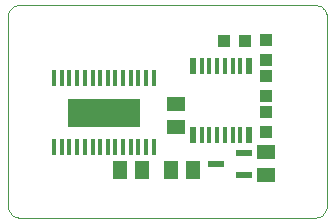
<source format=gtp>
G75*
%MOIN*%
%OFA0B0*%
%FSLAX24Y24*%
%IPPOS*%
%LPD*%
%AMOC8*
5,1,8,0,0,1.08239X$1,22.5*
%
%ADD10C,0.0000*%
%ADD11R,0.0140X0.0580*%
%ADD12R,0.2430X0.0940*%
%ADD13R,0.0512X0.0591*%
%ADD14R,0.0591X0.0512*%
%ADD15R,0.0520X0.0220*%
%ADD16R,0.0433X0.0394*%
%ADD17R,0.0236X0.0531*%
%ADD18R,0.0157X0.0531*%
%ADD19R,0.0394X0.0433*%
D10*
X000574Y000480D02*
X010416Y000480D01*
X010455Y000482D01*
X010493Y000488D01*
X010530Y000497D01*
X010567Y000510D01*
X010602Y000527D01*
X010635Y000546D01*
X010666Y000569D01*
X010695Y000595D01*
X010721Y000624D01*
X010744Y000655D01*
X010763Y000688D01*
X010780Y000723D01*
X010793Y000760D01*
X010802Y000797D01*
X010808Y000835D01*
X010810Y000874D01*
X010810Y007173D01*
X010808Y007212D01*
X010802Y007250D01*
X010793Y007287D01*
X010780Y007324D01*
X010763Y007359D01*
X010744Y007392D01*
X010721Y007423D01*
X010695Y007452D01*
X010666Y007478D01*
X010635Y007501D01*
X010602Y007520D01*
X010567Y007537D01*
X010530Y007550D01*
X010493Y007559D01*
X010455Y007565D01*
X010416Y007567D01*
X000574Y007567D01*
X000535Y007565D01*
X000497Y007559D01*
X000460Y007550D01*
X000423Y007537D01*
X000388Y007520D01*
X000355Y007501D01*
X000324Y007478D01*
X000295Y007452D01*
X000269Y007423D01*
X000246Y007392D01*
X000227Y007359D01*
X000210Y007324D01*
X000197Y007287D01*
X000188Y007250D01*
X000182Y007212D01*
X000180Y007173D01*
X000180Y000874D01*
X000182Y000835D01*
X000188Y000797D01*
X000197Y000760D01*
X000210Y000723D01*
X000227Y000688D01*
X000246Y000655D01*
X000269Y000624D01*
X000295Y000595D01*
X000324Y000569D01*
X000355Y000546D01*
X000388Y000527D01*
X000423Y000510D01*
X000460Y000497D01*
X000497Y000488D01*
X000535Y000482D01*
X000574Y000480D01*
D11*
X001720Y002830D03*
X001970Y002830D03*
X002230Y002830D03*
X002480Y002830D03*
X002740Y002830D03*
X003000Y002830D03*
X003250Y002830D03*
X003510Y002830D03*
X003760Y002830D03*
X004020Y002830D03*
X004280Y002830D03*
X004530Y002830D03*
X004790Y002830D03*
X005040Y002830D03*
X005040Y005130D03*
X004790Y005130D03*
X004530Y005130D03*
X004280Y005130D03*
X004020Y005130D03*
X003760Y005130D03*
X003510Y005130D03*
X003250Y005130D03*
X003000Y005130D03*
X002740Y005130D03*
X002480Y005130D03*
X002230Y005130D03*
X001970Y005130D03*
X001720Y005130D03*
D12*
X003380Y003980D03*
D13*
X003906Y002080D03*
X004654Y002080D03*
X005606Y002080D03*
X006354Y002080D03*
D14*
X005780Y003506D03*
X005780Y004254D03*
X008780Y002654D03*
X008780Y001906D03*
D15*
X008050Y001910D03*
X007110Y002280D03*
X008050Y002650D03*
D16*
X008780Y003345D03*
X008780Y004015D03*
X008780Y004545D03*
X008780Y005215D03*
X008780Y005745D03*
X008780Y006415D03*
D17*
X008215Y005531D03*
X006345Y005531D03*
X006345Y003228D03*
X008215Y003228D03*
D18*
X007920Y003228D03*
X007664Y003228D03*
X007408Y003231D03*
X007152Y003231D03*
X006896Y003231D03*
X006640Y003231D03*
X006640Y005529D03*
X006896Y005529D03*
X007152Y005529D03*
X007408Y005529D03*
X007664Y005529D03*
X007920Y005529D03*
D19*
X008065Y006380D03*
X007395Y006380D03*
M02*

</source>
